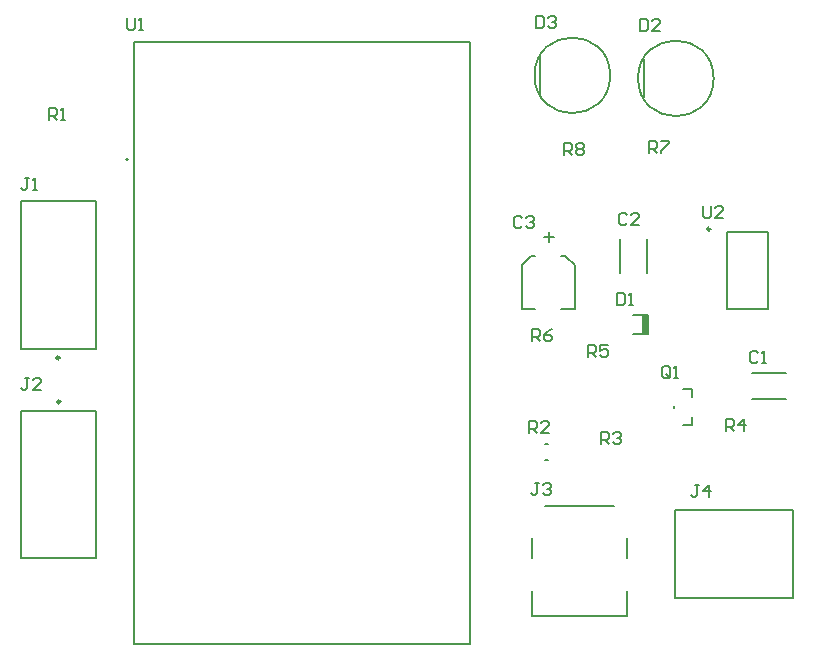
<source format=gto>
G04*
G04 #@! TF.GenerationSoftware,Altium Limited,Altium Designer,24.0.1 (36)*
G04*
G04 Layer_Color=65535*
%FSLAX44Y44*%
%MOMM*%
G71*
G04*
G04 #@! TF.SameCoordinates,FD3C0853-ED46-42AC-B4CA-2F3423561DDA*
G04*
G04*
G04 #@! TF.FilePolarity,Positive*
G04*
G01*
G75*
%ADD10C,0.2500*%
%ADD11C,0.2000*%
%ADD12C,0.1500*%
%ADD13C,0.1270*%
%ADD14C,0.2032*%
%ADD15R,0.5080X1.5870*%
D10*
X406580Y847960D02*
G03*
X406580Y847960I-1250J0D01*
G01*
X407080Y810860D02*
G03*
X407080Y810860I-1250J0D01*
G01*
X957560Y957020D02*
G03*
X957560Y957020I-1250J0D01*
G01*
D11*
X464640Y1016000D02*
G03*
X464640Y1016000I-1000J0D01*
G01*
X373580Y980710D02*
X437580D01*
X373580Y855710D02*
Y980710D01*
Y855710D02*
X437580D01*
Y980710D01*
X886910Y629210D02*
Y650210D01*
Y678210D02*
Y695210D01*
X806910Y678210D02*
Y695210D01*
Y629210D02*
X886910D01*
X817910Y722210D02*
X875910D01*
X806910Y629210D02*
Y650210D01*
X927500Y644530D02*
Y719530D01*
X1027500Y644530D02*
Y719530D01*
X927500D02*
X1027500D01*
X927500Y644530D02*
X1027500D01*
X904091Y919701D02*
Y948863D01*
X881529Y919701D02*
Y948863D01*
X842920Y889360D02*
Y926360D01*
X831420Y934360D02*
X834920D01*
X842920Y926360D01*
X831420Y889360D02*
X842920D01*
X797920D02*
X809420D01*
X797920Y926360D02*
X805920Y934360D01*
X809420D01*
X797920Y889360D02*
Y926360D01*
X373580Y678110D02*
X437580D01*
Y803110D01*
X373580D02*
X437580D01*
X373580Y678110D02*
Y803110D01*
X971735Y954545D02*
X1006785D01*
Y889495D02*
Y954545D01*
X971735Y889495D02*
X1006785D01*
X971735D02*
Y954545D01*
X992529Y835511D02*
X1021691D01*
X992529Y812949D02*
X1021691D01*
X904750Y868550D02*
Y884050D01*
X892050Y868550D02*
X904750D01*
X892050Y884050D02*
X904750D01*
X817490Y761350D02*
X819990D01*
X817490Y775350D02*
X819990D01*
X927120Y805700D02*
Y807200D01*
X934470Y791250D02*
X942320D01*
Y815200D02*
Y821650D01*
Y791250D02*
Y797700D01*
X934470Y821650D02*
X942320D01*
X901120Y1068580D02*
Y1100580D01*
X813490Y1071120D02*
Y1103120D01*
D12*
X960370Y1084580D02*
G03*
X960370Y1084580I-32000J0D01*
G01*
X872740Y1087120D02*
G03*
X872740Y1087120I-32000J0D01*
G01*
D13*
X699940Y606100D02*
X754440D01*
X469340D02*
X523040D01*
X754440D02*
Y1115600D01*
X469340Y606100D02*
Y1115600D01*
X647140D02*
X754440D01*
X469340D02*
X580030D01*
X469340Y606100D02*
Y1115600D01*
X754440D01*
X469340Y606100D02*
X754440D01*
Y1115600D01*
D14*
X380405Y999995D02*
X377020D01*
X378712D01*
Y991531D01*
X377020Y989838D01*
X375327D01*
X373634Y991531D01*
X383791Y989838D02*
X387176D01*
X385484D01*
Y999995D01*
X383791Y998302D01*
X812377Y741678D02*
X808992D01*
X810684D01*
Y733214D01*
X808992Y731522D01*
X807299D01*
X805606Y733214D01*
X815763Y739986D02*
X817456Y741678D01*
X820841D01*
X822534Y739986D01*
Y738293D01*
X820841Y736600D01*
X819148D01*
X820841D01*
X822534Y734907D01*
Y733214D01*
X820841Y731522D01*
X817456D01*
X815763Y733214D01*
X948267Y740408D02*
X944882D01*
X946574D01*
Y731944D01*
X944882Y730252D01*
X943189D01*
X941496Y731944D01*
X956731Y730252D02*
Y740408D01*
X951653Y735330D01*
X958424D01*
X970706Y786132D02*
Y796288D01*
X975784D01*
X977477Y794596D01*
Y791210D01*
X975784Y789517D01*
X970706D01*
X974092D02*
X977477Y786132D01*
X985941D02*
Y796288D01*
X980863Y791210D01*
X987634D01*
X833546Y1019812D02*
Y1029968D01*
X838624D01*
X840317Y1028276D01*
Y1024890D01*
X838624Y1023197D01*
X833546D01*
X836932D02*
X840317Y1019812D01*
X843703Y1028276D02*
X845396Y1029968D01*
X848781D01*
X850474Y1028276D01*
Y1026583D01*
X848781Y1024890D01*
X850474Y1023197D01*
Y1021504D01*
X848781Y1019812D01*
X845396D01*
X843703Y1021504D01*
Y1023197D01*
X845396Y1024890D01*
X843703Y1026583D01*
Y1028276D01*
X845396Y1024890D02*
X848781D01*
X887307Y968586D02*
X885614Y970278D01*
X882229D01*
X880536Y968586D01*
Y961814D01*
X882229Y960122D01*
X885614D01*
X887307Y961814D01*
X897464Y960122D02*
X890693D01*
X897464Y966893D01*
Y968586D01*
X895771Y970278D01*
X892386D01*
X890693Y968586D01*
X798407Y966046D02*
X796714Y967738D01*
X793329D01*
X791636Y966046D01*
Y959274D01*
X793329Y957582D01*
X796714D01*
X798407Y959274D01*
X801793Y966046D02*
X803486Y967738D01*
X806871D01*
X808564Y966046D01*
Y964353D01*
X806871Y962660D01*
X805178D01*
X806871D01*
X808564Y960967D01*
Y959274D01*
X806871Y957582D01*
X803486D01*
X801793Y959274D01*
X816713Y950213D02*
X825420D01*
X821067Y945860D02*
Y954567D01*
X398018Y1049020D02*
Y1059177D01*
X403096D01*
X404789Y1057484D01*
Y1054098D01*
X403096Y1052406D01*
X398018D01*
X401404D02*
X404789Y1049020D01*
X408175D02*
X411560D01*
X409868D01*
Y1059177D01*
X408175Y1057484D01*
X380405Y830577D02*
X377020D01*
X378712D01*
Y822113D01*
X377020Y820420D01*
X375327D01*
X373634Y822113D01*
X390562Y820420D02*
X383791D01*
X390562Y827191D01*
Y828884D01*
X388869Y830577D01*
X385484D01*
X383791Y828884D01*
X951230Y976881D02*
Y968417D01*
X952923Y966724D01*
X956308D01*
X958001Y968417D01*
Y976881D01*
X968158Y966724D02*
X961387D01*
X968158Y973495D01*
Y975188D01*
X966465Y976881D01*
X963080D01*
X961387Y975188D01*
X997879Y851998D02*
X996186Y853691D01*
X992801D01*
X991108Y851998D01*
Y845227D01*
X992801Y843534D01*
X996186D01*
X997879Y845227D01*
X1001265Y843534D02*
X1004650D01*
X1002958D01*
Y853691D01*
X1001265Y851998D01*
X878840Y902459D02*
Y892302D01*
X883918D01*
X885611Y893995D01*
Y900766D01*
X883918Y902459D01*
X878840D01*
X888997Y892302D02*
X892382D01*
X890689D01*
Y902459D01*
X888997Y900766D01*
X804164Y784606D02*
Y794763D01*
X809242D01*
X810935Y793070D01*
Y789684D01*
X809242Y787992D01*
X804164D01*
X807550D02*
X810935Y784606D01*
X821092D02*
X814321D01*
X821092Y791377D01*
Y793070D01*
X819399Y794763D01*
X816013D01*
X814321Y793070D01*
X923457Y832527D02*
Y839298D01*
X921764Y840991D01*
X918379D01*
X916686Y839298D01*
Y832527D01*
X918379Y830834D01*
X921764D01*
X920072Y834220D02*
X923457Y830834D01*
X921764D02*
X923457Y832527D01*
X926843Y830834D02*
X930228D01*
X928536D01*
Y840991D01*
X926843Y839298D01*
X865378Y774700D02*
Y784857D01*
X870456D01*
X872149Y783164D01*
Y779778D01*
X870456Y778086D01*
X865378D01*
X868764D02*
X872149Y774700D01*
X875535Y783164D02*
X877227Y784857D01*
X880613D01*
X882306Y783164D01*
Y781471D01*
X880613Y779778D01*
X878920D01*
X880613D01*
X882306Y778086D01*
Y776393D01*
X880613Y774700D01*
X877227D01*
X875535Y776393D01*
X853694Y848360D02*
Y858517D01*
X858772D01*
X860465Y856824D01*
Y853438D01*
X858772Y851746D01*
X853694D01*
X857080D02*
X860465Y848360D01*
X870622Y858517D02*
X863851D01*
Y853438D01*
X867236Y855131D01*
X868929D01*
X870622Y853438D01*
Y850053D01*
X868929Y848360D01*
X865544D01*
X863851Y850053D01*
X806704Y862076D02*
Y872233D01*
X811782D01*
X813475Y870540D01*
Y867154D01*
X811782Y865462D01*
X806704D01*
X810090D02*
X813475Y862076D01*
X823632Y872233D02*
X820246Y870540D01*
X816861Y867154D01*
Y863769D01*
X818553Y862076D01*
X821939D01*
X823632Y863769D01*
Y865462D01*
X821939Y867154D01*
X816861D01*
X463550Y1135631D02*
Y1127167D01*
X465243Y1125474D01*
X468628D01*
X470321Y1127167D01*
Y1135631D01*
X473707Y1125474D02*
X477092D01*
X475400D01*
Y1135631D01*
X473707Y1133938D01*
X897636Y1134615D02*
Y1124458D01*
X902714D01*
X904407Y1126151D01*
Y1132922D01*
X902714Y1134615D01*
X897636D01*
X914564Y1124458D02*
X907793D01*
X914564Y1131229D01*
Y1132922D01*
X912871Y1134615D01*
X909485D01*
X907793Y1132922D01*
X906018Y1021080D02*
Y1031237D01*
X911096D01*
X912789Y1029544D01*
Y1026158D01*
X911096Y1024466D01*
X906018D01*
X909404D02*
X912789Y1021080D01*
X916175Y1031237D02*
X922946D01*
Y1029544D01*
X916175Y1022773D01*
Y1021080D01*
X810006Y1137155D02*
Y1126998D01*
X815084D01*
X816777Y1128691D01*
Y1135462D01*
X815084Y1137155D01*
X810006D01*
X820163Y1135462D02*
X821855Y1137155D01*
X825241D01*
X826934Y1135462D01*
Y1133769D01*
X825241Y1132076D01*
X823548D01*
X825241D01*
X826934Y1130384D01*
Y1128691D01*
X825241Y1126998D01*
X821855D01*
X820163Y1128691D01*
D15*
X902210Y875985D02*
D03*
M02*

</source>
